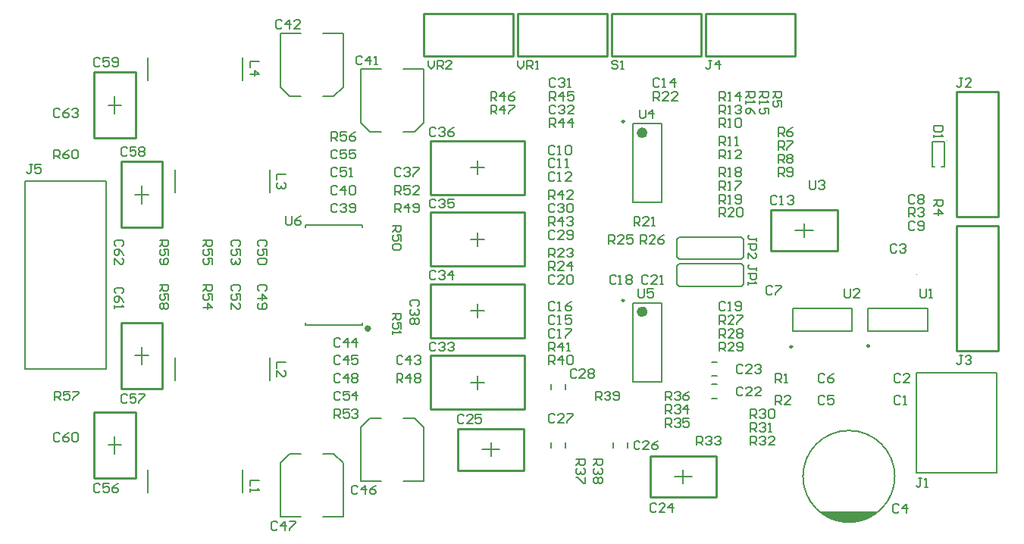
<source format=gto>
G04 Layer_Color=65535*
%FSLAX42Y42*%
%MOMM*%
G71*
G01*
G75*
%ADD30C,0.25*%
%ADD35C,0.38*%
%ADD36C,0.60*%
%ADD52C,0.10*%
%ADD53C,0.20*%
%ADD54C,0.25*%
%ADD55C,0.15*%
%ADD56C,0.17*%
%ADD57C,0.21*%
G36*
X9510Y310D02*
X9390Y260D01*
X9250Y237D01*
X9110Y260D01*
X9020Y290D01*
X8922Y360D01*
X9593D01*
X9510Y310D01*
D02*
G37*
D30*
X1280Y730D02*
Y1470D01*
X820Y730D02*
Y1470D01*
Y730D02*
X1280D01*
X820Y1470D02*
X1280D01*
X1120Y1730D02*
Y2470D01*
X1580Y1730D02*
Y2470D01*
X1120D02*
X1580D01*
X1120Y1730D02*
X1580D01*
X1120Y3530D02*
Y4270D01*
X1580Y3530D02*
Y4270D01*
X1120D02*
X1580D01*
X1120Y3530D02*
X1580D01*
X1280Y4530D02*
Y5270D01*
X820Y4530D02*
Y5270D01*
Y4530D02*
X1280D01*
X820Y5270D02*
X1280D01*
X10450Y3650D02*
Y5050D01*
X10920D01*
Y3650D02*
Y5050D01*
X10450Y3650D02*
X10920D01*
X10450Y2150D02*
Y3550D01*
X10920D01*
Y2150D02*
Y3550D01*
X10450Y2150D02*
X10920D01*
X8650Y5450D02*
Y5920D01*
X7650D02*
X8650D01*
X7650Y5450D02*
Y5920D01*
Y5450D02*
X8650D01*
X7600D02*
Y5920D01*
X6600D02*
X7600D01*
X6600Y5450D02*
Y5920D01*
Y5450D02*
X7600D01*
X6550D02*
Y5920D01*
X5550D02*
X6550D01*
X5550Y5450D02*
Y5920D01*
Y5450D02*
X6550D01*
X5500D02*
Y5920D01*
X4500D02*
X5500D01*
X4500Y5450D02*
Y5920D01*
Y5450D02*
X5500D01*
X8380Y3730D02*
X9120D01*
X8380Y3270D02*
X9120D01*
Y3730D01*
X8380Y3270D02*
Y3730D01*
X4880Y820D02*
X5620D01*
X4880Y1280D02*
X5620D01*
X4880Y820D02*
Y1280D01*
X5620Y820D02*
Y1280D01*
X7030Y980D02*
X7770D01*
X7030Y520D02*
X7770D01*
Y980D01*
X7030Y520D02*
Y980D01*
X4575Y2100D02*
X5625D01*
X4575Y1500D02*
X5625D01*
Y2100D01*
X4575Y1500D02*
Y2100D01*
Y2300D02*
Y2900D01*
X5625Y2300D02*
Y2900D01*
X4575Y2300D02*
X5625D01*
X4575Y2900D02*
X5625D01*
X4575Y3700D02*
X5625D01*
X4575Y3100D02*
X5625D01*
Y3700D01*
X4575Y3100D02*
Y3700D01*
Y3900D02*
Y4500D01*
X5625Y3900D02*
Y4500D01*
X4575Y3900D02*
X5625D01*
X4575Y4500D02*
X5625D01*
D35*
X3896Y2403D02*
G03*
X3896Y2403I-20J0D01*
G01*
D36*
X6970Y4590D02*
G03*
X6970Y4590I-30J0D01*
G01*
Y2590D02*
G03*
X6970Y2590I-30J0D01*
G01*
D52*
X10347Y4503D02*
G03*
X10347Y4503I-5J0D01*
G01*
X10015Y3008D02*
G03*
X10015Y3008I-5J0D01*
G01*
X8312Y2290D02*
G03*
X8312Y2290I-5J0D01*
G01*
D53*
X9763Y750D02*
G03*
X9763Y750I-513J0D01*
G01*
X1050Y1000D02*
Y1200D01*
X975Y1100D02*
X1125D01*
X1350Y2000D02*
Y2200D01*
X1275Y2100D02*
X1425D01*
X1350Y3800D02*
Y4000D01*
X1275Y3900D02*
X1425D01*
X1050Y4800D02*
Y5000D01*
X975Y4900D02*
X1125D01*
X50Y1950D02*
X950D01*
X50Y4050D02*
X950D01*
Y1950D02*
Y4050D01*
X50Y1950D02*
Y4050D01*
X8650Y3500D02*
X8850D01*
X8750Y3425D02*
Y3575D01*
X5150Y1050D02*
X5350D01*
X5250Y975D02*
Y1125D01*
X7300Y750D02*
X7500D01*
X7400Y675D02*
Y825D01*
X5025Y1800D02*
X5175D01*
X5100Y1725D02*
Y1875D01*
Y2525D02*
Y2675D01*
X5025Y2600D02*
X5175D01*
X5025Y3400D02*
X5175D01*
X5100Y3325D02*
Y3475D01*
Y4125D02*
Y4275D01*
X5025Y4200D02*
X5175D01*
X6840Y3810D02*
Y4690D01*
X7160Y3810D02*
Y4690D01*
X6840D02*
X7160D01*
X6840Y3810D02*
X7160D01*
X7720Y1780D02*
X7780D01*
X7720Y1620D02*
X7780D01*
X7720Y1870D02*
X7780D01*
X7720Y2030D02*
X7780D01*
X6780Y1070D02*
Y1130D01*
X6620Y1070D02*
Y1130D01*
X5920Y1070D02*
Y1130D01*
X6080Y1070D02*
Y1130D01*
Y1720D02*
Y1780D01*
X5920Y1720D02*
Y1780D01*
X7350Y3125D02*
X8050D01*
X8075Y3100D01*
Y2900D02*
Y3100D01*
X8050Y2875D02*
X8075Y2900D01*
X7350Y2875D02*
X8050D01*
X7325Y2900D02*
X7350Y2875D01*
X7325Y2900D02*
Y3100D01*
X7350Y3125D01*
Y3175D02*
X8050D01*
X7325Y3200D02*
X7350Y3175D01*
X7325Y3200D02*
Y3400D01*
X7350Y3425D01*
X8050D01*
X8075Y3400D01*
Y3200D02*
Y3400D01*
X8050Y3175D02*
X8075Y3200D01*
X6840Y1810D02*
Y2690D01*
X7160Y1810D02*
Y2690D01*
X6840D02*
X7160D01*
X6840Y1810D02*
X7160D01*
X10000Y1910D02*
X10900D01*
X10000Y790D02*
X10900D01*
X10000D02*
Y1910D01*
X10900Y790D02*
Y1910D01*
X9465Y2375D02*
X10135D01*
X9465Y2625D02*
X10135D01*
X9465Y2375D02*
Y2625D01*
X10135Y2375D02*
Y2625D01*
X8620Y2375D02*
X9280D01*
X8620Y2625D02*
X9280D01*
X8620Y2375D02*
Y2625D01*
X9280Y2375D02*
Y2625D01*
D54*
X6740Y4716D02*
G03*
X6740Y4716I-12J0D01*
G01*
Y2716D02*
G03*
X6740Y2716I-12J0D01*
G01*
X9478Y2210D02*
G03*
X9478Y2210I-12J0D01*
G01*
X8618Y2198D02*
G03*
X8618Y2198I-12J0D01*
G01*
D55*
X10321Y4212D02*
Y4492D01*
X10181Y4212D02*
Y4492D01*
X10321D01*
X10181Y4212D02*
X10210D01*
X10287D02*
X10321D01*
X4503Y4703D02*
Y5303D01*
X4397Y4597D02*
X4503Y4703D01*
X4272Y4597D02*
X4397D01*
X4272Y5303D02*
X4503D01*
X3797D02*
X4028D01*
X3903Y4597D02*
X4028D01*
X3797Y4703D02*
X3903Y4597D01*
X3797Y4703D02*
Y5303D01*
X3603Y5103D02*
Y5703D01*
X3497Y4997D02*
X3603Y5103D01*
X3372Y4997D02*
X3497D01*
X3372Y5703D02*
X3603D01*
X2897D02*
X3128D01*
X3003Y4997D02*
X3128D01*
X2897Y5103D02*
X3003Y4997D01*
X2897Y5103D02*
Y5703D01*
X3797Y697D02*
Y1297D01*
X3903Y1403D01*
X4028D01*
X3797Y697D02*
X4028D01*
X4272D02*
X4503D01*
X4272Y1403D02*
X4397D01*
X4503Y1297D01*
Y697D02*
Y1297D01*
X2897Y297D02*
Y897D01*
X3003Y1003D01*
X3128D01*
X2897Y297D02*
X3128D01*
X3372D02*
X3603D01*
X3372Y1003D02*
X3497D01*
X3603Y897D01*
Y297D02*
Y897D01*
X1422Y573D02*
Y827D01*
X2478Y573D02*
Y827D01*
X1722Y1823D02*
Y2077D01*
X2778Y1823D02*
Y2077D01*
X1722Y3923D02*
Y4177D01*
X2778Y3923D02*
Y4177D01*
X1422Y5173D02*
Y5427D01*
X2478Y5173D02*
Y5427D01*
D56*
X3183Y2441D02*
Y2467D01*
Y2441D02*
X3817D01*
Y2467D01*
X3183Y3533D02*
Y3559D01*
X3817D01*
Y3533D02*
Y3559D01*
D57*
X4637Y4633D02*
X4620Y4650D01*
X4587D01*
X4570Y4633D01*
Y4567D01*
X4587Y4550D01*
X4620D01*
X4637Y4567D01*
X4670Y4633D02*
X4687Y4650D01*
X4720D01*
X4737Y4633D01*
Y4617D01*
X4720Y4600D01*
X4703D01*
X4720D01*
X4737Y4583D01*
Y4567D01*
X4720Y4550D01*
X4687D01*
X4670Y4567D01*
X4837Y4650D02*
X4803Y4633D01*
X4770Y4600D01*
Y4567D01*
X4787Y4550D01*
X4820D01*
X4837Y4567D01*
Y4583D01*
X4820Y4600D01*
X4770D01*
X4637Y3833D02*
X4620Y3850D01*
X4587D01*
X4570Y3833D01*
Y3767D01*
X4587Y3750D01*
X4620D01*
X4637Y3767D01*
X4670Y3833D02*
X4687Y3850D01*
X4720D01*
X4737Y3833D01*
Y3817D01*
X4720Y3800D01*
X4703D01*
X4720D01*
X4737Y3783D01*
Y3767D01*
X4720Y3750D01*
X4687D01*
X4670Y3767D01*
X4837Y3850D02*
X4770D01*
Y3800D01*
X4803Y3817D01*
X4820D01*
X4837Y3800D01*
Y3767D01*
X4820Y3750D01*
X4787D01*
X4770Y3767D01*
X4637Y3033D02*
X4620Y3050D01*
X4587D01*
X4570Y3033D01*
Y2967D01*
X4587Y2950D01*
X4620D01*
X4637Y2967D01*
X4670Y3033D02*
X4687Y3050D01*
X4720D01*
X4737Y3033D01*
Y3017D01*
X4720Y3000D01*
X4703D01*
X4720D01*
X4737Y2983D01*
Y2967D01*
X4720Y2950D01*
X4687D01*
X4670Y2967D01*
X4820Y2950D02*
Y3050D01*
X4770Y3000D01*
X4837D01*
X4637Y2233D02*
X4620Y2250D01*
X4587D01*
X4570Y2233D01*
Y2167D01*
X4587Y2150D01*
X4620D01*
X4637Y2167D01*
X4670Y2233D02*
X4687Y2250D01*
X4720D01*
X4737Y2233D01*
Y2217D01*
X4720Y2200D01*
X4703D01*
X4720D01*
X4737Y2183D01*
Y2167D01*
X4720Y2150D01*
X4687D01*
X4670Y2167D01*
X4770Y2233D02*
X4787Y2250D01*
X4820D01*
X4837Y2233D01*
Y2217D01*
X4820Y2200D01*
X4803D01*
X4820D01*
X4837Y2183D01*
Y2167D01*
X4820Y2150D01*
X4787D01*
X4770Y2167D01*
X9827Y1633D02*
X9810Y1650D01*
X9777D01*
X9760Y1633D01*
Y1567D01*
X9777Y1550D01*
X9810D01*
X9827Y1567D01*
X9860Y1550D02*
X9893D01*
X9877D01*
Y1650D01*
X9860Y1633D01*
X9827Y1883D02*
X9810Y1900D01*
X9777D01*
X9760Y1883D01*
Y1817D01*
X9777Y1800D01*
X9810D01*
X9827Y1817D01*
X9927Y1800D02*
X9860D01*
X9927Y1867D01*
Y1883D01*
X9910Y1900D01*
X9877D01*
X9860Y1883D01*
X9787Y3333D02*
X9770Y3350D01*
X9737D01*
X9720Y3333D01*
Y3267D01*
X9737Y3250D01*
X9770D01*
X9787Y3267D01*
X9820Y3333D02*
X9837Y3350D01*
X9870D01*
X9887Y3333D01*
Y3317D01*
X9870Y3300D01*
X9853D01*
X9870D01*
X9887Y3283D01*
Y3267D01*
X9870Y3250D01*
X9837D01*
X9820Y3267D01*
X9807Y423D02*
X9790Y440D01*
X9757D01*
X9740Y423D01*
Y357D01*
X9757Y340D01*
X9790D01*
X9807Y357D01*
X9890Y340D02*
Y440D01*
X9840Y390D01*
X9907D01*
X8977Y1633D02*
X8960Y1650D01*
X8927D01*
X8910Y1633D01*
Y1567D01*
X8927Y1550D01*
X8960D01*
X8977Y1567D01*
X9077Y1650D02*
X9010D01*
Y1600D01*
X9043Y1617D01*
X9060D01*
X9077Y1600D01*
Y1567D01*
X9060Y1550D01*
X9027D01*
X9010Y1567D01*
X8977Y1883D02*
X8960Y1900D01*
X8927D01*
X8910Y1883D01*
Y1817D01*
X8927Y1800D01*
X8960D01*
X8977Y1817D01*
X9077Y1900D02*
X9043Y1883D01*
X9010Y1850D01*
Y1817D01*
X9027Y1800D01*
X9060D01*
X9077Y1817D01*
Y1833D01*
X9060Y1850D01*
X9010D01*
X8397Y2863D02*
X8380Y2880D01*
X8347D01*
X8330Y2863D01*
Y2797D01*
X8347Y2780D01*
X8380D01*
X8397Y2797D01*
X8430Y2880D02*
X8497D01*
Y2863D01*
X8430Y2797D01*
Y2780D01*
X9987Y3883D02*
X9970Y3900D01*
X9937D01*
X9920Y3883D01*
Y3817D01*
X9937Y3800D01*
X9970D01*
X9987Y3817D01*
X10020Y3883D02*
X10037Y3900D01*
X10070D01*
X10087Y3883D01*
Y3867D01*
X10070Y3850D01*
X10087Y3833D01*
Y3817D01*
X10070Y3800D01*
X10037D01*
X10020Y3817D01*
Y3833D01*
X10037Y3850D01*
X10020Y3867D01*
Y3883D01*
X10037Y3850D02*
X10070D01*
X9987Y3583D02*
X9970Y3600D01*
X9937D01*
X9920Y3583D01*
Y3517D01*
X9937Y3500D01*
X9970D01*
X9987Y3517D01*
X10020D02*
X10037Y3500D01*
X10070D01*
X10087Y3517D01*
Y3583D01*
X10070Y3600D01*
X10037D01*
X10020Y3583D01*
Y3567D01*
X10037Y3550D01*
X10087D01*
X5967Y4433D02*
X5950Y4450D01*
X5917D01*
X5900Y4433D01*
Y4367D01*
X5917Y4350D01*
X5950D01*
X5967Y4367D01*
X6000Y4350D02*
X6033D01*
X6017D01*
Y4450D01*
X6000Y4433D01*
X6083D02*
X6100Y4450D01*
X6133D01*
X6150Y4433D01*
Y4367D01*
X6133Y4350D01*
X6100D01*
X6083Y4367D01*
Y4433D01*
X5967Y4283D02*
X5950Y4300D01*
X5917D01*
X5900Y4283D01*
Y4217D01*
X5917Y4200D01*
X5950D01*
X5967Y4217D01*
X6000Y4200D02*
X6033D01*
X6017D01*
Y4300D01*
X6000Y4283D01*
X6083Y4200D02*
X6117D01*
X6100D01*
Y4300D01*
X6083Y4283D01*
X5967Y4133D02*
X5950Y4150D01*
X5917D01*
X5900Y4133D01*
Y4067D01*
X5917Y4050D01*
X5950D01*
X5967Y4067D01*
X6000Y4050D02*
X6033D01*
X6017D01*
Y4150D01*
X6000Y4133D01*
X6150Y4050D02*
X6083D01*
X6150Y4117D01*
Y4133D01*
X6133Y4150D01*
X6100D01*
X6083Y4133D01*
X8447Y3873D02*
X8430Y3890D01*
X8397D01*
X8380Y3873D01*
Y3807D01*
X8397Y3790D01*
X8430D01*
X8447Y3807D01*
X8480Y3790D02*
X8513D01*
X8497D01*
Y3890D01*
X8480Y3873D01*
X8563D02*
X8580Y3890D01*
X8613D01*
X8630Y3873D01*
Y3857D01*
X8613Y3840D01*
X8597D01*
X8613D01*
X8630Y3823D01*
Y3807D01*
X8613Y3790D01*
X8580D01*
X8563Y3807D01*
X7137Y5183D02*
X7120Y5200D01*
X7087D01*
X7070Y5183D01*
Y5117D01*
X7087Y5100D01*
X7120D01*
X7137Y5117D01*
X7170Y5100D02*
X7203D01*
X7187D01*
Y5200D01*
X7170Y5183D01*
X7303Y5100D02*
Y5200D01*
X7253Y5150D01*
X7320D01*
X5967Y2533D02*
X5950Y2550D01*
X5917D01*
X5900Y2533D01*
Y2467D01*
X5917Y2450D01*
X5950D01*
X5967Y2467D01*
X6000Y2450D02*
X6033D01*
X6017D01*
Y2550D01*
X6000Y2533D01*
X6150Y2550D02*
X6083D01*
Y2500D01*
X6117Y2517D01*
X6133D01*
X6150Y2500D01*
Y2467D01*
X6133Y2450D01*
X6100D01*
X6083Y2467D01*
X5967Y2683D02*
X5950Y2700D01*
X5917D01*
X5900Y2683D01*
Y2617D01*
X5917Y2600D01*
X5950D01*
X5967Y2617D01*
X6000Y2600D02*
X6033D01*
X6017D01*
Y2700D01*
X6000Y2683D01*
X6150Y2700D02*
X6117Y2683D01*
X6083Y2650D01*
Y2617D01*
X6100Y2600D01*
X6133D01*
X6150Y2617D01*
Y2633D01*
X6133Y2650D01*
X6083D01*
X5967Y2383D02*
X5950Y2400D01*
X5917D01*
X5900Y2383D01*
Y2317D01*
X5917Y2300D01*
X5950D01*
X5967Y2317D01*
X6000Y2300D02*
X6033D01*
X6017D01*
Y2400D01*
X6000Y2383D01*
X6083Y2400D02*
X6150D01*
Y2383D01*
X6083Y2317D01*
Y2300D01*
X6647Y2983D02*
X6630Y3000D01*
X6597D01*
X6580Y2983D01*
Y2917D01*
X6597Y2900D01*
X6630D01*
X6647Y2917D01*
X6680Y2900D02*
X6713D01*
X6697D01*
Y3000D01*
X6680Y2983D01*
X6763D02*
X6780Y3000D01*
X6813D01*
X6830Y2983D01*
Y2967D01*
X6813Y2950D01*
X6830Y2933D01*
Y2917D01*
X6813Y2900D01*
X6780D01*
X6763Y2917D01*
Y2933D01*
X6780Y2950D01*
X6763Y2967D01*
Y2983D01*
X6780Y2950D02*
X6813D01*
X7867Y2683D02*
X7850Y2700D01*
X7817D01*
X7800Y2683D01*
Y2617D01*
X7817Y2600D01*
X7850D01*
X7867Y2617D01*
X7900Y2600D02*
X7933D01*
X7917D01*
Y2700D01*
X7900Y2683D01*
X7983Y2617D02*
X8000Y2600D01*
X8033D01*
X8050Y2617D01*
Y2683D01*
X8033Y2700D01*
X8000D01*
X7983Y2683D01*
Y2667D01*
X8000Y2650D01*
X8050D01*
X5967Y2983D02*
X5950Y3000D01*
X5917D01*
X5900Y2983D01*
Y2917D01*
X5917Y2900D01*
X5950D01*
X5967Y2917D01*
X6067Y2900D02*
X6000D01*
X6067Y2967D01*
Y2983D01*
X6050Y3000D01*
X6017D01*
X6000Y2983D01*
X6100D02*
X6117Y3000D01*
X6150D01*
X6167Y2983D01*
Y2917D01*
X6150Y2900D01*
X6117D01*
X6100Y2917D01*
Y2983D01*
X7007D02*
X6990Y3000D01*
X6957D01*
X6940Y2983D01*
Y2917D01*
X6957Y2900D01*
X6990D01*
X7007Y2917D01*
X7107Y2900D02*
X7040D01*
X7107Y2967D01*
Y2983D01*
X7090Y3000D01*
X7057D01*
X7040Y2983D01*
X7140Y2900D02*
X7173D01*
X7157D01*
Y3000D01*
X7140Y2983D01*
X6207Y1933D02*
X6190Y1950D01*
X6157D01*
X6140Y1933D01*
Y1867D01*
X6157Y1850D01*
X6190D01*
X6207Y1867D01*
X6307Y1850D02*
X6240D01*
X6307Y1917D01*
Y1933D01*
X6290Y1950D01*
X6257D01*
X6240Y1933D01*
X6340D02*
X6357Y1950D01*
X6390D01*
X6407Y1933D01*
Y1917D01*
X6390Y1900D01*
X6407Y1883D01*
Y1867D01*
X6390Y1850D01*
X6357D01*
X6340Y1867D01*
Y1883D01*
X6357Y1900D01*
X6340Y1917D01*
Y1933D01*
X6357Y1900D02*
X6390D01*
X5967Y1433D02*
X5950Y1450D01*
X5917D01*
X5900Y1433D01*
Y1367D01*
X5917Y1350D01*
X5950D01*
X5967Y1367D01*
X6067Y1350D02*
X6000D01*
X6067Y1417D01*
Y1433D01*
X6050Y1450D01*
X6017D01*
X6000Y1433D01*
X6100Y1450D02*
X6167D01*
Y1433D01*
X6100Y1367D01*
Y1350D01*
X6917Y1133D02*
X6900Y1150D01*
X6867D01*
X6850Y1133D01*
Y1067D01*
X6867Y1050D01*
X6900D01*
X6917Y1067D01*
X7017Y1050D02*
X6950D01*
X7017Y1117D01*
Y1133D01*
X7000Y1150D01*
X6967D01*
X6950Y1133D01*
X7117Y1150D02*
X7083Y1133D01*
X7050Y1100D01*
Y1067D01*
X7067Y1050D01*
X7100D01*
X7117Y1067D01*
Y1083D01*
X7100Y1100D01*
X7050D01*
X8067Y1733D02*
X8050Y1750D01*
X8017D01*
X8000Y1733D01*
Y1667D01*
X8017Y1650D01*
X8050D01*
X8067Y1667D01*
X8167Y1650D02*
X8100D01*
X8167Y1717D01*
Y1733D01*
X8150Y1750D01*
X8117D01*
X8100Y1733D01*
X8267Y1650D02*
X8200D01*
X8267Y1717D01*
Y1733D01*
X8250Y1750D01*
X8217D01*
X8200Y1733D01*
X8067Y1983D02*
X8050Y2000D01*
X8017D01*
X8000Y1983D01*
Y1917D01*
X8017Y1900D01*
X8050D01*
X8067Y1917D01*
X8167Y1900D02*
X8100D01*
X8167Y1967D01*
Y1983D01*
X8150Y2000D01*
X8117D01*
X8100Y1983D01*
X8200D02*
X8217Y2000D01*
X8250D01*
X8267Y1983D01*
Y1967D01*
X8250Y1950D01*
X8233D01*
X8250D01*
X8267Y1933D01*
Y1917D01*
X8250Y1900D01*
X8217D01*
X8200Y1917D01*
X7097Y433D02*
X7080Y450D01*
X7047D01*
X7030Y433D01*
Y367D01*
X7047Y350D01*
X7080D01*
X7097Y367D01*
X7197Y350D02*
X7130D01*
X7197Y417D01*
Y433D01*
X7180Y450D01*
X7147D01*
X7130Y433D01*
X7280Y350D02*
Y450D01*
X7230Y400D01*
X7297D01*
X4947Y1423D02*
X4930Y1440D01*
X4897D01*
X4880Y1423D01*
Y1357D01*
X4897Y1340D01*
X4930D01*
X4947Y1357D01*
X5047Y1340D02*
X4980D01*
X5047Y1407D01*
Y1423D01*
X5030Y1440D01*
X4997D01*
X4980Y1423D01*
X5147Y1440D02*
X5080D01*
Y1390D01*
X5113Y1407D01*
X5130D01*
X5147Y1390D01*
Y1357D01*
X5130Y1340D01*
X5097D01*
X5080Y1357D01*
X5967Y3483D02*
X5950Y3500D01*
X5917D01*
X5900Y3483D01*
Y3417D01*
X5917Y3400D01*
X5950D01*
X5967Y3417D01*
X6067Y3400D02*
X6000D01*
X6067Y3467D01*
Y3483D01*
X6050Y3500D01*
X6017D01*
X6000Y3483D01*
X6100Y3417D02*
X6117Y3400D01*
X6150D01*
X6167Y3417D01*
Y3483D01*
X6150Y3500D01*
X6117D01*
X6100Y3483D01*
Y3467D01*
X6117Y3450D01*
X6167D01*
X5967Y3783D02*
X5950Y3800D01*
X5917D01*
X5900Y3783D01*
Y3717D01*
X5917Y3700D01*
X5950D01*
X5967Y3717D01*
X6000Y3783D02*
X6017Y3800D01*
X6050D01*
X6067Y3783D01*
Y3767D01*
X6050Y3750D01*
X6033D01*
X6050D01*
X6067Y3733D01*
Y3717D01*
X6050Y3700D01*
X6017D01*
X6000Y3717D01*
X6100Y3783D02*
X6117Y3800D01*
X6150D01*
X6167Y3783D01*
Y3717D01*
X6150Y3700D01*
X6117D01*
X6100Y3717D01*
Y3783D01*
X5977Y5183D02*
X5960Y5200D01*
X5927D01*
X5910Y5183D01*
Y5117D01*
X5927Y5100D01*
X5960D01*
X5977Y5117D01*
X6010Y5183D02*
X6027Y5200D01*
X6060D01*
X6077Y5183D01*
Y5167D01*
X6060Y5150D01*
X6043D01*
X6060D01*
X6077Y5133D01*
Y5117D01*
X6060Y5100D01*
X6027D01*
X6010Y5117D01*
X6110Y5100D02*
X6143D01*
X6127D01*
Y5200D01*
X6110Y5183D01*
X5977Y4883D02*
X5960Y4900D01*
X5927D01*
X5910Y4883D01*
Y4817D01*
X5927Y4800D01*
X5960D01*
X5977Y4817D01*
X6010Y4883D02*
X6027Y4900D01*
X6060D01*
X6077Y4883D01*
Y4867D01*
X6060Y4850D01*
X6043D01*
X6060D01*
X6077Y4833D01*
Y4817D01*
X6060Y4800D01*
X6027D01*
X6010Y4817D01*
X6177Y4800D02*
X6110D01*
X6177Y4867D01*
Y4883D01*
X6160Y4900D01*
X6127D01*
X6110Y4883D01*
X4247Y4183D02*
X4230Y4200D01*
X4197D01*
X4180Y4183D01*
Y4117D01*
X4197Y4100D01*
X4230D01*
X4247Y4117D01*
X4280Y4183D02*
X4297Y4200D01*
X4330D01*
X4347Y4183D01*
Y4167D01*
X4330Y4150D01*
X4313D01*
X4330D01*
X4347Y4133D01*
Y4117D01*
X4330Y4100D01*
X4297D01*
X4280Y4117D01*
X4380Y4200D02*
X4447D01*
Y4183D01*
X4380Y4117D01*
Y4100D01*
X4433Y2653D02*
X4450Y2670D01*
Y2703D01*
X4433Y2720D01*
X4367D01*
X4350Y2703D01*
Y2670D01*
X4367Y2653D01*
X4433Y2620D02*
X4450Y2603D01*
Y2570D01*
X4433Y2553D01*
X4417D01*
X4400Y2570D01*
Y2587D01*
Y2570D01*
X4383Y2553D01*
X4367D01*
X4350Y2570D01*
Y2603D01*
X4367Y2620D01*
X4433Y2520D02*
X4450Y2503D01*
Y2470D01*
X4433Y2453D01*
X4417D01*
X4400Y2470D01*
X4383Y2453D01*
X4367D01*
X4350Y2470D01*
Y2503D01*
X4367Y2520D01*
X4383D01*
X4400Y2503D01*
X4417Y2520D01*
X4433D01*
X4400Y2503D02*
Y2470D01*
X3537Y3783D02*
X3520Y3800D01*
X3487D01*
X3470Y3783D01*
Y3717D01*
X3487Y3700D01*
X3520D01*
X3537Y3717D01*
X3570Y3783D02*
X3587Y3800D01*
X3620D01*
X3637Y3783D01*
Y3767D01*
X3620Y3750D01*
X3603D01*
X3620D01*
X3637Y3733D01*
Y3717D01*
X3620Y3700D01*
X3587D01*
X3570Y3717D01*
X3670D02*
X3687Y3700D01*
X3720D01*
X3737Y3717D01*
Y3783D01*
X3720Y3800D01*
X3687D01*
X3670Y3783D01*
Y3767D01*
X3687Y3750D01*
X3737D01*
X3537Y3983D02*
X3520Y4000D01*
X3487D01*
X3470Y3983D01*
Y3917D01*
X3487Y3900D01*
X3520D01*
X3537Y3917D01*
X3620Y3900D02*
Y4000D01*
X3570Y3950D01*
X3637D01*
X3670Y3983D02*
X3687Y4000D01*
X3720D01*
X3737Y3983D01*
Y3917D01*
X3720Y3900D01*
X3687D01*
X3670Y3917D01*
Y3983D01*
X3817Y5433D02*
X3800Y5450D01*
X3767D01*
X3750Y5433D01*
Y5367D01*
X3767Y5350D01*
X3800D01*
X3817Y5367D01*
X3900Y5350D02*
Y5450D01*
X3850Y5400D01*
X3917D01*
X3950Y5350D02*
X3983D01*
X3967D01*
Y5450D01*
X3950Y5433D01*
X2917Y5833D02*
X2900Y5850D01*
X2867D01*
X2850Y5833D01*
Y5767D01*
X2867Y5750D01*
X2900D01*
X2917Y5767D01*
X3000Y5750D02*
Y5850D01*
X2950Y5800D01*
X3017D01*
X3117Y5750D02*
X3050D01*
X3117Y5817D01*
Y5833D01*
X3100Y5850D01*
X3067D01*
X3050Y5833D01*
X4267Y2083D02*
X4250Y2100D01*
X4217D01*
X4200Y2083D01*
Y2017D01*
X4217Y2000D01*
X4250D01*
X4267Y2017D01*
X4350Y2000D02*
Y2100D01*
X4300Y2050D01*
X4367D01*
X4400Y2083D02*
X4417Y2100D01*
X4450D01*
X4467Y2083D01*
Y2067D01*
X4450Y2050D01*
X4433D01*
X4450D01*
X4467Y2033D01*
Y2017D01*
X4450Y2000D01*
X4417D01*
X4400Y2017D01*
X3567Y2283D02*
X3550Y2300D01*
X3517D01*
X3500Y2283D01*
Y2217D01*
X3517Y2200D01*
X3550D01*
X3567Y2217D01*
X3650Y2200D02*
Y2300D01*
X3600Y2250D01*
X3667D01*
X3750Y2200D02*
Y2300D01*
X3700Y2250D01*
X3767D01*
X3567Y2083D02*
X3550Y2100D01*
X3517D01*
X3500Y2083D01*
Y2017D01*
X3517Y2000D01*
X3550D01*
X3567Y2017D01*
X3650Y2000D02*
Y2100D01*
X3600Y2050D01*
X3667D01*
X3767Y2100D02*
X3700D01*
Y2050D01*
X3733Y2067D01*
X3750D01*
X3767Y2050D01*
Y2017D01*
X3750Y2000D01*
X3717D01*
X3700Y2017D01*
X3767Y633D02*
X3750Y650D01*
X3717D01*
X3700Y633D01*
Y567D01*
X3717Y550D01*
X3750D01*
X3767Y567D01*
X3850Y550D02*
Y650D01*
X3800Y600D01*
X3867D01*
X3967Y650D02*
X3933Y633D01*
X3900Y600D01*
Y567D01*
X3917Y550D01*
X3950D01*
X3967Y567D01*
Y583D01*
X3950Y600D01*
X3900D01*
X2867Y233D02*
X2850Y250D01*
X2817D01*
X2800Y233D01*
Y167D01*
X2817Y150D01*
X2850D01*
X2867Y167D01*
X2950Y150D02*
Y250D01*
X2900Y200D01*
X2967D01*
X3000Y250D02*
X3067D01*
Y233D01*
X3000Y167D01*
Y150D01*
X3567Y1883D02*
X3550Y1900D01*
X3517D01*
X3500Y1883D01*
Y1817D01*
X3517Y1800D01*
X3550D01*
X3567Y1817D01*
X3650Y1800D02*
Y1900D01*
X3600Y1850D01*
X3667D01*
X3700Y1883D02*
X3717Y1900D01*
X3750D01*
X3767Y1883D01*
Y1867D01*
X3750Y1850D01*
X3767Y1833D01*
Y1817D01*
X3750Y1800D01*
X3717D01*
X3700Y1817D01*
Y1833D01*
X3717Y1850D01*
X3700Y1867D01*
Y1883D01*
X3717Y1850D02*
X3750D01*
X2733Y2823D02*
X2750Y2840D01*
Y2873D01*
X2733Y2890D01*
X2667D01*
X2650Y2873D01*
Y2840D01*
X2667Y2823D01*
X2650Y2740D02*
X2750D01*
X2700Y2790D01*
Y2723D01*
X2667Y2690D02*
X2650Y2673D01*
Y2640D01*
X2667Y2623D01*
X2733D01*
X2750Y2640D01*
Y2673D01*
X2733Y2690D01*
X2717D01*
X2700Y2673D01*
Y2623D01*
X2733Y3323D02*
X2750Y3340D01*
Y3373D01*
X2733Y3390D01*
X2667D01*
X2650Y3373D01*
Y3340D01*
X2667Y3323D01*
X2750Y3223D02*
Y3290D01*
X2700D01*
X2717Y3257D01*
Y3240D01*
X2700Y3223D01*
X2667D01*
X2650Y3240D01*
Y3273D01*
X2667Y3290D01*
X2733Y3190D02*
X2750Y3173D01*
Y3140D01*
X2733Y3123D01*
X2667D01*
X2650Y3140D01*
Y3173D01*
X2667Y3190D01*
X2733D01*
X3537Y4183D02*
X3520Y4200D01*
X3487D01*
X3470Y4183D01*
Y4117D01*
X3487Y4100D01*
X3520D01*
X3537Y4117D01*
X3637Y4200D02*
X3570D01*
Y4150D01*
X3603Y4167D01*
X3620D01*
X3637Y4150D01*
Y4117D01*
X3620Y4100D01*
X3587D01*
X3570Y4117D01*
X3670Y4100D02*
X3703D01*
X3687D01*
Y4200D01*
X3670Y4183D01*
X2433Y2823D02*
X2450Y2840D01*
Y2873D01*
X2433Y2890D01*
X2367D01*
X2350Y2873D01*
Y2840D01*
X2367Y2823D01*
X2450Y2723D02*
Y2790D01*
X2400D01*
X2417Y2757D01*
Y2740D01*
X2400Y2723D01*
X2367D01*
X2350Y2740D01*
Y2773D01*
X2367Y2790D01*
X2350Y2623D02*
Y2690D01*
X2417Y2623D01*
X2433D01*
X2450Y2640D01*
Y2673D01*
X2433Y2690D01*
Y3323D02*
X2450Y3340D01*
Y3373D01*
X2433Y3390D01*
X2367D01*
X2350Y3373D01*
Y3340D01*
X2367Y3323D01*
X2450Y3223D02*
Y3290D01*
X2400D01*
X2417Y3257D01*
Y3240D01*
X2400Y3223D01*
X2367D01*
X2350Y3240D01*
Y3273D01*
X2367Y3290D01*
X2433Y3190D02*
X2450Y3173D01*
Y3140D01*
X2433Y3123D01*
X2417D01*
X2400Y3140D01*
Y3157D01*
Y3140D01*
X2383Y3123D01*
X2367D01*
X2350Y3140D01*
Y3173D01*
X2367Y3190D01*
X3567Y1683D02*
X3550Y1700D01*
X3517D01*
X3500Y1683D01*
Y1617D01*
X3517Y1600D01*
X3550D01*
X3567Y1617D01*
X3667Y1700D02*
X3600D01*
Y1650D01*
X3633Y1667D01*
X3650D01*
X3667Y1650D01*
Y1617D01*
X3650Y1600D01*
X3617D01*
X3600Y1617D01*
X3750Y1600D02*
Y1700D01*
X3700Y1650D01*
X3767D01*
X3537Y4383D02*
X3520Y4400D01*
X3487D01*
X3470Y4383D01*
Y4317D01*
X3487Y4300D01*
X3520D01*
X3537Y4317D01*
X3637Y4400D02*
X3570D01*
Y4350D01*
X3603Y4367D01*
X3620D01*
X3637Y4350D01*
Y4317D01*
X3620Y4300D01*
X3587D01*
X3570Y4317D01*
X3737Y4400D02*
X3670D01*
Y4350D01*
X3703Y4367D01*
X3720D01*
X3737Y4350D01*
Y4317D01*
X3720Y4300D01*
X3687D01*
X3670Y4317D01*
X887Y653D02*
X870Y670D01*
X837D01*
X820Y653D01*
Y587D01*
X837Y570D01*
X870D01*
X887Y587D01*
X987Y670D02*
X920D01*
Y620D01*
X953Y637D01*
X970D01*
X987Y620D01*
Y587D01*
X970Y570D01*
X937D01*
X920Y587D01*
X1087Y670D02*
X1053Y653D01*
X1020Y620D01*
Y587D01*
X1037Y570D01*
X1070D01*
X1087Y587D01*
Y603D01*
X1070Y620D01*
X1020D01*
X1187Y1653D02*
X1170Y1670D01*
X1137D01*
X1120Y1653D01*
Y1587D01*
X1137Y1570D01*
X1170D01*
X1187Y1587D01*
X1287Y1670D02*
X1220D01*
Y1620D01*
X1253Y1637D01*
X1270D01*
X1287Y1620D01*
Y1587D01*
X1270Y1570D01*
X1237D01*
X1220Y1587D01*
X1320Y1670D02*
X1387D01*
Y1653D01*
X1320Y1587D01*
Y1570D01*
X1187Y4413D02*
X1170Y4430D01*
X1137D01*
X1120Y4413D01*
Y4347D01*
X1137Y4330D01*
X1170D01*
X1187Y4347D01*
X1287Y4430D02*
X1220D01*
Y4380D01*
X1253Y4397D01*
X1270D01*
X1287Y4380D01*
Y4347D01*
X1270Y4330D01*
X1237D01*
X1220Y4347D01*
X1320Y4413D02*
X1337Y4430D01*
X1370D01*
X1387Y4413D01*
Y4397D01*
X1370Y4380D01*
X1387Y4363D01*
Y4347D01*
X1370Y4330D01*
X1337D01*
X1320Y4347D01*
Y4363D01*
X1337Y4380D01*
X1320Y4397D01*
Y4413D01*
X1337Y4380D02*
X1370D01*
X887Y5413D02*
X870Y5430D01*
X837D01*
X820Y5413D01*
Y5347D01*
X837Y5330D01*
X870D01*
X887Y5347D01*
X987Y5430D02*
X920D01*
Y5380D01*
X953Y5397D01*
X970D01*
X987Y5380D01*
Y5347D01*
X970Y5330D01*
X937D01*
X920Y5347D01*
X1020D02*
X1037Y5330D01*
X1070D01*
X1087Y5347D01*
Y5413D01*
X1070Y5430D01*
X1037D01*
X1020Y5413D01*
Y5397D01*
X1037Y5380D01*
X1087D01*
X437Y1223D02*
X420Y1240D01*
X387D01*
X370Y1223D01*
Y1157D01*
X387Y1140D01*
X420D01*
X437Y1157D01*
X537Y1240D02*
X503Y1223D01*
X470Y1190D01*
Y1157D01*
X487Y1140D01*
X520D01*
X537Y1157D01*
Y1173D01*
X520Y1190D01*
X470D01*
X570Y1223D02*
X587Y1240D01*
X620D01*
X637Y1223D01*
Y1157D01*
X620Y1140D01*
X587D01*
X570Y1157D01*
Y1223D01*
X1133Y2793D02*
X1150Y2810D01*
Y2843D01*
X1133Y2860D01*
X1067D01*
X1050Y2843D01*
Y2810D01*
X1067Y2793D01*
X1150Y2693D02*
X1133Y2727D01*
X1100Y2760D01*
X1067D01*
X1050Y2743D01*
Y2710D01*
X1067Y2693D01*
X1083D01*
X1100Y2710D01*
Y2760D01*
X1050Y2660D02*
Y2627D01*
Y2643D01*
X1150D01*
X1133Y2660D01*
Y3323D02*
X1150Y3340D01*
Y3373D01*
X1133Y3390D01*
X1067D01*
X1050Y3373D01*
Y3340D01*
X1067Y3323D01*
X1150Y3223D02*
X1133Y3257D01*
X1100Y3290D01*
X1067D01*
X1050Y3273D01*
Y3240D01*
X1067Y3223D01*
X1083D01*
X1100Y3240D01*
Y3290D01*
X1050Y3123D02*
Y3190D01*
X1117Y3123D01*
X1133D01*
X1150Y3140D01*
Y3173D01*
X1133Y3190D01*
X437Y4843D02*
X420Y4860D01*
X387D01*
X370Y4843D01*
Y4777D01*
X387Y4760D01*
X420D01*
X437Y4777D01*
X537Y4860D02*
X503Y4843D01*
X470Y4810D01*
Y4777D01*
X487Y4760D01*
X520D01*
X537Y4777D01*
Y4793D01*
X520Y4810D01*
X470D01*
X570Y4843D02*
X587Y4860D01*
X620D01*
X637Y4843D01*
Y4827D01*
X620Y4810D01*
X603D01*
X620D01*
X637Y4793D01*
Y4777D01*
X620Y4760D01*
X587D01*
X570Y4777D01*
X10300Y4670D02*
X10200D01*
Y4620D01*
X10217Y4603D01*
X10283D01*
X10300Y4620D01*
Y4670D01*
X10200Y4570D02*
Y4537D01*
Y4553D01*
X10300D01*
X10283Y4570D01*
X10067Y730D02*
X10033D01*
X10050D01*
Y647D01*
X10033Y630D01*
X10017D01*
X10000Y647D01*
X10100Y630D02*
X10133D01*
X10117D01*
Y730D01*
X10100Y713D01*
X10517Y5200D02*
X10483D01*
X10500D01*
Y5117D01*
X10483Y5100D01*
X10467D01*
X10450Y5117D01*
X10617Y5100D02*
X10550D01*
X10617Y5167D01*
Y5183D01*
X10600Y5200D01*
X10567D01*
X10550Y5183D01*
X10517Y2100D02*
X10483D01*
X10500D01*
Y2017D01*
X10483Y2000D01*
X10467D01*
X10450Y2017D01*
X10550Y2083D02*
X10567Y2100D01*
X10600D01*
X10617Y2083D01*
Y2067D01*
X10600Y2050D01*
X10583D01*
X10600D01*
X10617Y2033D01*
Y2017D01*
X10600Y2000D01*
X10567D01*
X10550Y2017D01*
X7717Y5400D02*
X7683D01*
X7700D01*
Y5317D01*
X7683Y5300D01*
X7667D01*
X7650Y5317D01*
X7800Y5300D02*
Y5400D01*
X7750Y5350D01*
X7817D01*
X128Y4233D02*
X94D01*
X111D01*
Y4149D01*
X94Y4133D01*
X78D01*
X61Y4149D01*
X228Y4233D02*
X161D01*
Y4183D01*
X194Y4199D01*
X211D01*
X228Y4183D01*
Y4149D01*
X211Y4133D01*
X178D01*
X161Y4149D01*
X8220Y3053D02*
Y3087D01*
Y3070D01*
X8137D01*
X8120Y3087D01*
Y3103D01*
X8137Y3120D01*
X8120Y3020D02*
X8220D01*
Y2970D01*
X8203Y2953D01*
X8170D01*
X8153Y2970D01*
Y3020D01*
X8120Y2920D02*
Y2887D01*
Y2903D01*
X8220D01*
X8203Y2920D01*
X8220Y3383D02*
Y3417D01*
Y3400D01*
X8137D01*
X8120Y3417D01*
Y3433D01*
X8137Y3450D01*
X8120Y3350D02*
X8220D01*
Y3300D01*
X8203Y3283D01*
X8170D01*
X8153Y3300D01*
Y3350D01*
X8120Y3183D02*
Y3250D01*
X8187Y3183D01*
X8203D01*
X8220Y3200D01*
Y3233D01*
X8203Y3250D01*
X2660Y710D02*
X2560D01*
Y643D01*
Y610D02*
Y577D01*
Y593D01*
X2660D01*
X2643Y610D01*
X2960Y2030D02*
X2860D01*
Y1963D01*
Y1863D02*
Y1930D01*
X2927Y1863D01*
X2943D01*
X2960Y1880D01*
Y1913D01*
X2943Y1930D01*
X2960Y4130D02*
X2860D01*
Y4063D01*
X2943Y4030D02*
X2960Y4013D01*
Y3980D01*
X2943Y3963D01*
X2927D01*
X2910Y3980D01*
Y3997D01*
Y3980D01*
X2893Y3963D01*
X2877D01*
X2860Y3980D01*
Y4013D01*
X2877Y4030D01*
X2660Y5390D02*
X2560D01*
Y5323D01*
Y5240D02*
X2660D01*
X2610Y5290D01*
Y5223D01*
X8430Y1800D02*
Y1900D01*
X8480D01*
X8497Y1883D01*
Y1850D01*
X8480Y1833D01*
X8430D01*
X8463D02*
X8497Y1800D01*
X8530D02*
X8563D01*
X8547D01*
Y1900D01*
X8530Y1883D01*
X8430Y1550D02*
Y1650D01*
X8480D01*
X8497Y1633D01*
Y1600D01*
X8480Y1583D01*
X8430D01*
X8463D02*
X8497Y1550D01*
X8597D02*
X8530D01*
X8597Y1617D01*
Y1633D01*
X8580Y1650D01*
X8547D01*
X8530Y1633D01*
X9920Y3650D02*
Y3750D01*
X9970D01*
X9987Y3733D01*
Y3700D01*
X9970Y3683D01*
X9920D01*
X9953D02*
X9987Y3650D01*
X10020Y3733D02*
X10037Y3750D01*
X10070D01*
X10087Y3733D01*
Y3717D01*
X10070Y3700D01*
X10053D01*
X10070D01*
X10087Y3683D01*
Y3667D01*
X10070Y3650D01*
X10037D01*
X10020Y3667D01*
X10200Y3840D02*
X10300D01*
Y3790D01*
X10283Y3773D01*
X10250D01*
X10233Y3790D01*
Y3840D01*
Y3807D02*
X10200Y3773D01*
Y3690D02*
X10300D01*
X10250Y3740D01*
Y3673D01*
X8400Y5050D02*
X8500D01*
Y5000D01*
X8483Y4983D01*
X8450D01*
X8433Y5000D01*
Y5050D01*
Y5017D02*
X8400Y4983D01*
X8500Y4883D02*
Y4950D01*
X8450D01*
X8467Y4917D01*
Y4900D01*
X8450Y4883D01*
X8417D01*
X8400Y4900D01*
Y4933D01*
X8417Y4950D01*
X8460Y4550D02*
Y4650D01*
X8510D01*
X8527Y4633D01*
Y4600D01*
X8510Y4583D01*
X8460D01*
X8493D02*
X8527Y4550D01*
X8627Y4650D02*
X8593Y4633D01*
X8560Y4600D01*
Y4567D01*
X8577Y4550D01*
X8610D01*
X8627Y4567D01*
Y4583D01*
X8610Y4600D01*
X8560D01*
X8460Y4400D02*
Y4500D01*
X8510D01*
X8527Y4483D01*
Y4450D01*
X8510Y4433D01*
X8460D01*
X8493D02*
X8527Y4400D01*
X8560Y4500D02*
X8627D01*
Y4483D01*
X8560Y4417D01*
Y4400D01*
X8460Y4250D02*
Y4350D01*
X8510D01*
X8527Y4333D01*
Y4300D01*
X8510Y4283D01*
X8460D01*
X8493D02*
X8527Y4250D01*
X8560Y4333D02*
X8577Y4350D01*
X8610D01*
X8627Y4333D01*
Y4317D01*
X8610Y4300D01*
X8627Y4283D01*
Y4267D01*
X8610Y4250D01*
X8577D01*
X8560Y4267D01*
Y4283D01*
X8577Y4300D01*
X8560Y4317D01*
Y4333D01*
X8577Y4300D02*
X8610D01*
X8460Y4100D02*
Y4200D01*
X8510D01*
X8527Y4183D01*
Y4150D01*
X8510Y4133D01*
X8460D01*
X8493D02*
X8527Y4100D01*
X8560Y4117D02*
X8577Y4100D01*
X8610D01*
X8627Y4117D01*
Y4183D01*
X8610Y4200D01*
X8577D01*
X8560Y4183D01*
Y4167D01*
X8577Y4150D01*
X8627D01*
X7800Y4650D02*
Y4750D01*
X7850D01*
X7867Y4733D01*
Y4700D01*
X7850Y4683D01*
X7800D01*
X7833D02*
X7867Y4650D01*
X7900D02*
X7933D01*
X7917D01*
Y4750D01*
X7900Y4733D01*
X7983D02*
X8000Y4750D01*
X8033D01*
X8050Y4733D01*
Y4667D01*
X8033Y4650D01*
X8000D01*
X7983Y4667D01*
Y4733D01*
X7800Y4450D02*
Y4550D01*
X7850D01*
X7867Y4533D01*
Y4500D01*
X7850Y4483D01*
X7800D01*
X7833D02*
X7867Y4450D01*
X7900D02*
X7933D01*
X7917D01*
Y4550D01*
X7900Y4533D01*
X7983Y4450D02*
X8017D01*
X8000D01*
Y4550D01*
X7983Y4533D01*
X7800Y4300D02*
Y4400D01*
X7850D01*
X7867Y4383D01*
Y4350D01*
X7850Y4333D01*
X7800D01*
X7833D02*
X7867Y4300D01*
X7900D02*
X7933D01*
X7917D01*
Y4400D01*
X7900Y4383D01*
X8050Y4300D02*
X7983D01*
X8050Y4367D01*
Y4383D01*
X8033Y4400D01*
X8000D01*
X7983Y4383D01*
X7800Y4800D02*
Y4900D01*
X7850D01*
X7867Y4883D01*
Y4850D01*
X7850Y4833D01*
X7800D01*
X7833D02*
X7867Y4800D01*
X7900D02*
X7933D01*
X7917D01*
Y4900D01*
X7900Y4883D01*
X7983D02*
X8000Y4900D01*
X8033D01*
X8050Y4883D01*
Y4867D01*
X8033Y4850D01*
X8017D01*
X8033D01*
X8050Y4833D01*
Y4817D01*
X8033Y4800D01*
X8000D01*
X7983Y4817D01*
X7800Y4950D02*
Y5050D01*
X7850D01*
X7867Y5033D01*
Y5000D01*
X7850Y4983D01*
X7800D01*
X7833D02*
X7867Y4950D01*
X7900D02*
X7933D01*
X7917D01*
Y5050D01*
X7900Y5033D01*
X8033Y4950D02*
Y5050D01*
X7983Y5000D01*
X8050D01*
X8250Y5050D02*
X8350D01*
Y5000D01*
X8333Y4983D01*
X8300D01*
X8283Y5000D01*
Y5050D01*
Y5017D02*
X8250Y4983D01*
Y4950D02*
Y4917D01*
Y4933D01*
X8350D01*
X8333Y4950D01*
X8350Y4800D02*
Y4867D01*
X8300D01*
X8317Y4833D01*
Y4817D01*
X8300Y4800D01*
X8267D01*
X8250Y4817D01*
Y4850D01*
X8267Y4867D01*
X8100Y5050D02*
X8200D01*
Y5000D01*
X8183Y4983D01*
X8150D01*
X8133Y5000D01*
Y5050D01*
Y5017D02*
X8100Y4983D01*
Y4950D02*
Y4917D01*
Y4933D01*
X8200D01*
X8183Y4950D01*
X8200Y4800D02*
X8183Y4833D01*
X8150Y4867D01*
X8117D01*
X8100Y4850D01*
Y4817D01*
X8117Y4800D01*
X8133D01*
X8150Y4817D01*
Y4867D01*
X7800Y3950D02*
Y4050D01*
X7850D01*
X7867Y4033D01*
Y4000D01*
X7850Y3983D01*
X7800D01*
X7833D02*
X7867Y3950D01*
X7900D02*
X7933D01*
X7917D01*
Y4050D01*
X7900Y4033D01*
X7983Y4050D02*
X8050D01*
Y4033D01*
X7983Y3967D01*
Y3950D01*
X7800Y4100D02*
Y4200D01*
X7850D01*
X7867Y4183D01*
Y4150D01*
X7850Y4133D01*
X7800D01*
X7833D02*
X7867Y4100D01*
X7900D02*
X7933D01*
X7917D01*
Y4200D01*
X7900Y4183D01*
X7983D02*
X8000Y4200D01*
X8033D01*
X8050Y4183D01*
Y4167D01*
X8033Y4150D01*
X8050Y4133D01*
Y4117D01*
X8033Y4100D01*
X8000D01*
X7983Y4117D01*
Y4133D01*
X8000Y4150D01*
X7983Y4167D01*
Y4183D01*
X8000Y4150D02*
X8033D01*
X7800Y3800D02*
Y3900D01*
X7850D01*
X7867Y3883D01*
Y3850D01*
X7850Y3833D01*
X7800D01*
X7833D02*
X7867Y3800D01*
X7900D02*
X7933D01*
X7917D01*
Y3900D01*
X7900Y3883D01*
X7983Y3817D02*
X8000Y3800D01*
X8033D01*
X8050Y3817D01*
Y3883D01*
X8033Y3900D01*
X8000D01*
X7983Y3883D01*
Y3867D01*
X8000Y3850D01*
X8050D01*
X7800Y3650D02*
Y3750D01*
X7850D01*
X7867Y3733D01*
Y3700D01*
X7850Y3683D01*
X7800D01*
X7833D02*
X7867Y3650D01*
X7967D02*
X7900D01*
X7967Y3717D01*
Y3733D01*
X7950Y3750D01*
X7917D01*
X7900Y3733D01*
X8000D02*
X8017Y3750D01*
X8050D01*
X8067Y3733D01*
Y3667D01*
X8050Y3650D01*
X8017D01*
X8000Y3667D01*
Y3733D01*
X6850Y3550D02*
Y3650D01*
X6900D01*
X6917Y3633D01*
Y3600D01*
X6900Y3583D01*
X6850D01*
X6883D02*
X6917Y3550D01*
X7017D02*
X6950D01*
X7017Y3617D01*
Y3633D01*
X7000Y3650D01*
X6967D01*
X6950Y3633D01*
X7050Y3550D02*
X7083D01*
X7067D01*
Y3650D01*
X7050Y3633D01*
X7070Y4950D02*
Y5050D01*
X7120D01*
X7137Y5033D01*
Y5000D01*
X7120Y4983D01*
X7070D01*
X7103D02*
X7137Y4950D01*
X7237D02*
X7170D01*
X7237Y5017D01*
Y5033D01*
X7220Y5050D01*
X7187D01*
X7170Y5033D01*
X7337Y4950D02*
X7270D01*
X7337Y5017D01*
Y5033D01*
X7320Y5050D01*
X7287D01*
X7270Y5033D01*
X5900Y3200D02*
Y3300D01*
X5950D01*
X5967Y3283D01*
Y3250D01*
X5950Y3233D01*
X5900D01*
X5933D02*
X5967Y3200D01*
X6067D02*
X6000D01*
X6067Y3267D01*
Y3283D01*
X6050Y3300D01*
X6017D01*
X6000Y3283D01*
X6100D02*
X6117Y3300D01*
X6150D01*
X6167Y3283D01*
Y3267D01*
X6150Y3250D01*
X6133D01*
X6150D01*
X6167Y3233D01*
Y3217D01*
X6150Y3200D01*
X6117D01*
X6100Y3217D01*
X5900Y3050D02*
Y3150D01*
X5950D01*
X5967Y3133D01*
Y3100D01*
X5950Y3083D01*
X5900D01*
X5933D02*
X5967Y3050D01*
X6067D02*
X6000D01*
X6067Y3117D01*
Y3133D01*
X6050Y3150D01*
X6017D01*
X6000Y3133D01*
X6150Y3050D02*
Y3150D01*
X6100Y3100D01*
X6167D01*
X6570Y3350D02*
Y3450D01*
X6620D01*
X6637Y3433D01*
Y3400D01*
X6620Y3383D01*
X6570D01*
X6603D02*
X6637Y3350D01*
X6737D02*
X6670D01*
X6737Y3417D01*
Y3433D01*
X6720Y3450D01*
X6687D01*
X6670Y3433D01*
X6837Y3450D02*
X6770D01*
Y3400D01*
X6803Y3417D01*
X6820D01*
X6837Y3400D01*
Y3367D01*
X6820Y3350D01*
X6787D01*
X6770Y3367D01*
X6920Y3350D02*
Y3450D01*
X6970D01*
X6987Y3433D01*
Y3400D01*
X6970Y3383D01*
X6920D01*
X6953D02*
X6987Y3350D01*
X7087D02*
X7020D01*
X7087Y3417D01*
Y3433D01*
X7070Y3450D01*
X7037D01*
X7020Y3433D01*
X7187Y3450D02*
X7153Y3433D01*
X7120Y3400D01*
Y3367D01*
X7137Y3350D01*
X7170D01*
X7187Y3367D01*
Y3383D01*
X7170Y3400D01*
X7120D01*
X7800Y2450D02*
Y2550D01*
X7850D01*
X7867Y2533D01*
Y2500D01*
X7850Y2483D01*
X7800D01*
X7833D02*
X7867Y2450D01*
X7967D02*
X7900D01*
X7967Y2517D01*
Y2533D01*
X7950Y2550D01*
X7917D01*
X7900Y2533D01*
X8000Y2550D02*
X8067D01*
Y2533D01*
X8000Y2467D01*
Y2450D01*
X7800Y2300D02*
Y2400D01*
X7850D01*
X7867Y2383D01*
Y2350D01*
X7850Y2333D01*
X7800D01*
X7833D02*
X7867Y2300D01*
X7967D02*
X7900D01*
X7967Y2367D01*
Y2383D01*
X7950Y2400D01*
X7917D01*
X7900Y2383D01*
X8000D02*
X8017Y2400D01*
X8050D01*
X8067Y2383D01*
Y2367D01*
X8050Y2350D01*
X8067Y2333D01*
Y2317D01*
X8050Y2300D01*
X8017D01*
X8000Y2317D01*
Y2333D01*
X8017Y2350D01*
X8000Y2367D01*
Y2383D01*
X8017Y2350D02*
X8050D01*
X6200Y940D02*
X6300D01*
Y890D01*
X6283Y873D01*
X6250D01*
X6233Y890D01*
Y940D01*
Y907D02*
X6200Y873D01*
X6283Y840D02*
X6300Y823D01*
Y790D01*
X6283Y773D01*
X6267D01*
X6250Y790D01*
Y807D01*
Y790D01*
X6233Y773D01*
X6217D01*
X6200Y790D01*
Y823D01*
X6217Y840D01*
X6300Y740D02*
Y673D01*
X6283D01*
X6217Y740D01*
X6200D01*
X6400Y940D02*
X6500D01*
Y890D01*
X6483Y873D01*
X6450D01*
X6433Y890D01*
Y940D01*
Y907D02*
X6400Y873D01*
X6483Y840D02*
X6500Y823D01*
Y790D01*
X6483Y773D01*
X6467D01*
X6450Y790D01*
Y807D01*
Y790D01*
X6433Y773D01*
X6417D01*
X6400Y790D01*
Y823D01*
X6417Y840D01*
X6483Y740D02*
X6500Y723D01*
Y690D01*
X6483Y673D01*
X6467D01*
X6450Y690D01*
X6433Y673D01*
X6417D01*
X6400Y690D01*
Y723D01*
X6417Y740D01*
X6433D01*
X6450Y723D01*
X6467Y740D01*
X6483D01*
X6450Y723D02*
Y690D01*
X6420Y1600D02*
Y1700D01*
X6470D01*
X6487Y1683D01*
Y1650D01*
X6470Y1633D01*
X6420D01*
X6453D02*
X6487Y1600D01*
X6520Y1683D02*
X6537Y1700D01*
X6570D01*
X6587Y1683D01*
Y1667D01*
X6570Y1650D01*
X6553D01*
X6570D01*
X6587Y1633D01*
Y1617D01*
X6570Y1600D01*
X6537D01*
X6520Y1617D01*
X6620D02*
X6637Y1600D01*
X6670D01*
X6687Y1617D01*
Y1683D01*
X6670Y1700D01*
X6637D01*
X6620Y1683D01*
Y1667D01*
X6637Y1650D01*
X6687D01*
X8150Y1400D02*
Y1500D01*
X8200D01*
X8217Y1483D01*
Y1450D01*
X8200Y1433D01*
X8150D01*
X8183D02*
X8217Y1400D01*
X8250Y1483D02*
X8267Y1500D01*
X8300D01*
X8317Y1483D01*
Y1467D01*
X8300Y1450D01*
X8283D01*
X8300D01*
X8317Y1433D01*
Y1417D01*
X8300Y1400D01*
X8267D01*
X8250Y1417D01*
X8350Y1483D02*
X8367Y1500D01*
X8400D01*
X8417Y1483D01*
Y1417D01*
X8400Y1400D01*
X8367D01*
X8350Y1417D01*
Y1483D01*
X7200Y1450D02*
Y1550D01*
X7250D01*
X7267Y1533D01*
Y1500D01*
X7250Y1483D01*
X7200D01*
X7233D02*
X7267Y1450D01*
X7300Y1533D02*
X7317Y1550D01*
X7350D01*
X7367Y1533D01*
Y1517D01*
X7350Y1500D01*
X7333D01*
X7350D01*
X7367Y1483D01*
Y1467D01*
X7350Y1450D01*
X7317D01*
X7300Y1467D01*
X7450Y1450D02*
Y1550D01*
X7400Y1500D01*
X7467D01*
X8150Y1250D02*
Y1350D01*
X8200D01*
X8217Y1333D01*
Y1300D01*
X8200Y1283D01*
X8150D01*
X8183D02*
X8217Y1250D01*
X8250Y1333D02*
X8267Y1350D01*
X8300D01*
X8317Y1333D01*
Y1317D01*
X8300Y1300D01*
X8283D01*
X8300D01*
X8317Y1283D01*
Y1267D01*
X8300Y1250D01*
X8267D01*
X8250Y1267D01*
X8350Y1250D02*
X8383D01*
X8367D01*
Y1350D01*
X8350Y1333D01*
X7200Y1300D02*
Y1400D01*
X7250D01*
X7267Y1383D01*
Y1350D01*
X7250Y1333D01*
X7200D01*
X7233D02*
X7267Y1300D01*
X7300Y1383D02*
X7317Y1400D01*
X7350D01*
X7367Y1383D01*
Y1367D01*
X7350Y1350D01*
X7333D01*
X7350D01*
X7367Y1333D01*
Y1317D01*
X7350Y1300D01*
X7317D01*
X7300Y1317D01*
X7467Y1400D02*
X7400D01*
Y1350D01*
X7433Y1367D01*
X7450D01*
X7467Y1350D01*
Y1317D01*
X7450Y1300D01*
X7417D01*
X7400Y1317D01*
X7200Y1600D02*
Y1700D01*
X7250D01*
X7267Y1683D01*
Y1650D01*
X7250Y1633D01*
X7200D01*
X7233D02*
X7267Y1600D01*
X7300Y1683D02*
X7317Y1700D01*
X7350D01*
X7367Y1683D01*
Y1667D01*
X7350Y1650D01*
X7333D01*
X7350D01*
X7367Y1633D01*
Y1617D01*
X7350Y1600D01*
X7317D01*
X7300Y1617D01*
X7467Y1700D02*
X7433Y1683D01*
X7400Y1650D01*
Y1617D01*
X7417Y1600D01*
X7450D01*
X7467Y1617D01*
Y1633D01*
X7450Y1650D01*
X7400D01*
X5900Y2000D02*
Y2100D01*
X5950D01*
X5967Y2083D01*
Y2050D01*
X5950Y2033D01*
X5900D01*
X5933D02*
X5967Y2000D01*
X6050D02*
Y2100D01*
X6000Y2050D01*
X6067D01*
X6100Y2083D02*
X6117Y2100D01*
X6150D01*
X6167Y2083D01*
Y2017D01*
X6150Y2000D01*
X6117D01*
X6100Y2017D01*
Y2083D01*
X7800Y2150D02*
Y2250D01*
X7850D01*
X7867Y2233D01*
Y2200D01*
X7850Y2183D01*
X7800D01*
X7833D02*
X7867Y2150D01*
X7967D02*
X7900D01*
X7967Y2217D01*
Y2233D01*
X7950Y2250D01*
X7917D01*
X7900Y2233D01*
X8000Y2167D02*
X8017Y2150D01*
X8050D01*
X8067Y2167D01*
Y2233D01*
X8050Y2250D01*
X8017D01*
X8000Y2233D01*
Y2217D01*
X8017Y2200D01*
X8067D01*
X8150Y1100D02*
Y1200D01*
X8200D01*
X8217Y1183D01*
Y1150D01*
X8200Y1133D01*
X8150D01*
X8183D02*
X8217Y1100D01*
X8250Y1183D02*
X8267Y1200D01*
X8300D01*
X8317Y1183D01*
Y1167D01*
X8300Y1150D01*
X8283D01*
X8300D01*
X8317Y1133D01*
Y1117D01*
X8300Y1100D01*
X8267D01*
X8250Y1117D01*
X8417Y1100D02*
X8350D01*
X8417Y1167D01*
Y1183D01*
X8400Y1200D01*
X8367D01*
X8350Y1183D01*
X7550Y1100D02*
Y1200D01*
X7600D01*
X7617Y1183D01*
Y1150D01*
X7600Y1133D01*
X7550D01*
X7583D02*
X7617Y1100D01*
X7650Y1183D02*
X7667Y1200D01*
X7700D01*
X7717Y1183D01*
Y1167D01*
X7700Y1150D01*
X7683D01*
X7700D01*
X7717Y1133D01*
Y1117D01*
X7700Y1100D01*
X7667D01*
X7650Y1117D01*
X7750Y1183D02*
X7767Y1200D01*
X7800D01*
X7817Y1183D01*
Y1167D01*
X7800Y1150D01*
X7783D01*
X7800D01*
X7817Y1133D01*
Y1117D01*
X7800Y1100D01*
X7767D01*
X7750Y1117D01*
X5900Y2150D02*
Y2250D01*
X5950D01*
X5967Y2233D01*
Y2200D01*
X5950Y2183D01*
X5900D01*
X5933D02*
X5967Y2150D01*
X6050D02*
Y2250D01*
X6000Y2200D01*
X6067D01*
X6100Y2150D02*
X6133D01*
X6117D01*
Y2250D01*
X6100Y2233D01*
X5900Y3550D02*
Y3650D01*
X5950D01*
X5967Y3633D01*
Y3600D01*
X5950Y3583D01*
X5900D01*
X5933D02*
X5967Y3550D01*
X6050D02*
Y3650D01*
X6000Y3600D01*
X6067D01*
X6100Y3633D02*
X6117Y3650D01*
X6150D01*
X6167Y3633D01*
Y3617D01*
X6150Y3600D01*
X6133D01*
X6150D01*
X6167Y3583D01*
Y3567D01*
X6150Y3550D01*
X6117D01*
X6100Y3567D01*
X5910Y4950D02*
Y5050D01*
X5960D01*
X5977Y5033D01*
Y5000D01*
X5960Y4983D01*
X5910D01*
X5943D02*
X5977Y4950D01*
X6060D02*
Y5050D01*
X6010Y5000D01*
X6077D01*
X6177Y5050D02*
X6110D01*
Y5000D01*
X6143Y5017D01*
X6160D01*
X6177Y5000D01*
Y4967D01*
X6160Y4950D01*
X6127D01*
X6110Y4967D01*
X5250Y4950D02*
Y5050D01*
X5300D01*
X5317Y5033D01*
Y5000D01*
X5300Y4983D01*
X5250D01*
X5283D02*
X5317Y4950D01*
X5400D02*
Y5050D01*
X5350Y5000D01*
X5417D01*
X5517Y5050D02*
X5483Y5033D01*
X5450Y5000D01*
Y4967D01*
X5467Y4950D01*
X5500D01*
X5517Y4967D01*
Y4983D01*
X5500Y5000D01*
X5450D01*
X5900Y3850D02*
Y3950D01*
X5950D01*
X5967Y3933D01*
Y3900D01*
X5950Y3883D01*
X5900D01*
X5933D02*
X5967Y3850D01*
X6050D02*
Y3950D01*
X6000Y3900D01*
X6067D01*
X6167Y3850D02*
X6100D01*
X6167Y3917D01*
Y3933D01*
X6150Y3950D01*
X6117D01*
X6100Y3933D01*
X5910Y4650D02*
Y4750D01*
X5960D01*
X5977Y4733D01*
Y4700D01*
X5960Y4683D01*
X5910D01*
X5943D02*
X5977Y4650D01*
X6060D02*
Y4750D01*
X6010Y4700D01*
X6077D01*
X6160Y4650D02*
Y4750D01*
X6110Y4700D01*
X6177D01*
X5250Y4800D02*
Y4900D01*
X5300D01*
X5317Y4883D01*
Y4850D01*
X5300Y4833D01*
X5250D01*
X5283D02*
X5317Y4800D01*
X5400D02*
Y4900D01*
X5350Y4850D01*
X5417D01*
X5450Y4900D02*
X5517D01*
Y4883D01*
X5450Y4817D01*
Y4800D01*
X4150Y3550D02*
X4250D01*
Y3500D01*
X4233Y3483D01*
X4200D01*
X4183Y3500D01*
Y3550D01*
Y3517D02*
X4150Y3483D01*
X4250Y3383D02*
Y3450D01*
X4200D01*
X4217Y3417D01*
Y3400D01*
X4200Y3383D01*
X4167D01*
X4150Y3400D01*
Y3433D01*
X4167Y3450D01*
X4233Y3350D02*
X4250Y3333D01*
Y3300D01*
X4233Y3283D01*
X4167D01*
X4150Y3300D01*
Y3333D01*
X4167Y3350D01*
X4233D01*
X4180Y3700D02*
Y3800D01*
X4230D01*
X4247Y3783D01*
Y3750D01*
X4230Y3733D01*
X4180D01*
X4213D02*
X4247Y3700D01*
X4330D02*
Y3800D01*
X4280Y3750D01*
X4347D01*
X4380Y3717D02*
X4397Y3700D01*
X4430D01*
X4447Y3717D01*
Y3783D01*
X4430Y3800D01*
X4397D01*
X4380Y3783D01*
Y3767D01*
X4397Y3750D01*
X4447D01*
X4150Y2570D02*
X4250D01*
Y2520D01*
X4233Y2503D01*
X4200D01*
X4183Y2520D01*
Y2570D01*
Y2537D02*
X4150Y2503D01*
X4250Y2403D02*
Y2470D01*
X4200D01*
X4217Y2437D01*
Y2420D01*
X4200Y2403D01*
X4167D01*
X4150Y2420D01*
Y2453D01*
X4167Y2470D01*
X4150Y2370D02*
Y2337D01*
Y2353D01*
X4250D01*
X4233Y2370D01*
X4180Y3900D02*
Y4000D01*
X4230D01*
X4247Y3983D01*
Y3950D01*
X4230Y3933D01*
X4180D01*
X4213D02*
X4247Y3900D01*
X4347Y4000D02*
X4280D01*
Y3950D01*
X4313Y3967D01*
X4330D01*
X4347Y3950D01*
Y3917D01*
X4330Y3900D01*
X4297D01*
X4280Y3917D01*
X4447Y3900D02*
X4380D01*
X4447Y3967D01*
Y3983D01*
X4430Y4000D01*
X4397D01*
X4380Y3983D01*
X4200Y1800D02*
Y1900D01*
X4250D01*
X4267Y1883D01*
Y1850D01*
X4250Y1833D01*
X4200D01*
X4233D02*
X4267Y1800D01*
X4350D02*
Y1900D01*
X4300Y1850D01*
X4367D01*
X4400Y1883D02*
X4417Y1900D01*
X4450D01*
X4467Y1883D01*
Y1867D01*
X4450Y1850D01*
X4467Y1833D01*
Y1817D01*
X4450Y1800D01*
X4417D01*
X4400Y1817D01*
Y1833D01*
X4417Y1850D01*
X4400Y1867D01*
Y1883D01*
X4417Y1850D02*
X4450D01*
X3500Y1400D02*
Y1500D01*
X3550D01*
X3567Y1483D01*
Y1450D01*
X3550Y1433D01*
X3500D01*
X3533D02*
X3567Y1400D01*
X3667Y1500D02*
X3600D01*
Y1450D01*
X3633Y1467D01*
X3650D01*
X3667Y1450D01*
Y1417D01*
X3650Y1400D01*
X3617D01*
X3600Y1417D01*
X3700Y1483D02*
X3717Y1500D01*
X3750D01*
X3767Y1483D01*
Y1467D01*
X3750Y1450D01*
X3733D01*
X3750D01*
X3767Y1433D01*
Y1417D01*
X3750Y1400D01*
X3717D01*
X3700Y1417D01*
X2040Y2890D02*
X2140D01*
Y2840D01*
X2123Y2823D01*
X2090D01*
X2073Y2840D01*
Y2890D01*
Y2857D02*
X2040Y2823D01*
X2140Y2723D02*
Y2790D01*
X2090D01*
X2107Y2757D01*
Y2740D01*
X2090Y2723D01*
X2057D01*
X2040Y2740D01*
Y2773D01*
X2057Y2790D01*
X2040Y2640D02*
X2140D01*
X2090Y2690D01*
Y2623D01*
X2040Y3390D02*
X2140D01*
Y3340D01*
X2123Y3323D01*
X2090D01*
X2073Y3340D01*
Y3390D01*
Y3357D02*
X2040Y3323D01*
X2140Y3223D02*
Y3290D01*
X2090D01*
X2107Y3257D01*
Y3240D01*
X2090Y3223D01*
X2057D01*
X2040Y3240D01*
Y3273D01*
X2057Y3290D01*
X2140Y3123D02*
Y3190D01*
X2090D01*
X2107Y3157D01*
Y3140D01*
X2090Y3123D01*
X2057D01*
X2040Y3140D01*
Y3173D01*
X2057Y3190D01*
X3470Y4500D02*
Y4600D01*
X3520D01*
X3537Y4583D01*
Y4550D01*
X3520Y4533D01*
X3470D01*
X3503D02*
X3537Y4500D01*
X3637Y4600D02*
X3570D01*
Y4550D01*
X3603Y4567D01*
X3620D01*
X3637Y4550D01*
Y4517D01*
X3620Y4500D01*
X3587D01*
X3570Y4517D01*
X3737Y4600D02*
X3703Y4583D01*
X3670Y4550D01*
Y4517D01*
X3687Y4500D01*
X3720D01*
X3737Y4517D01*
Y4533D01*
X3720Y4550D01*
X3670D01*
X380Y1600D02*
Y1700D01*
X430D01*
X447Y1683D01*
Y1650D01*
X430Y1633D01*
X380D01*
X413D02*
X447Y1600D01*
X547Y1700D02*
X480D01*
Y1650D01*
X513Y1667D01*
X530D01*
X547Y1650D01*
Y1617D01*
X530Y1600D01*
X497D01*
X480Y1617D01*
X580Y1700D02*
X647D01*
Y1683D01*
X580Y1617D01*
Y1600D01*
X1550Y2890D02*
X1650D01*
Y2840D01*
X1633Y2823D01*
X1600D01*
X1583Y2840D01*
Y2890D01*
Y2857D02*
X1550Y2823D01*
X1650Y2723D02*
Y2790D01*
X1600D01*
X1617Y2757D01*
Y2740D01*
X1600Y2723D01*
X1567D01*
X1550Y2740D01*
Y2773D01*
X1567Y2790D01*
X1633Y2690D02*
X1650Y2673D01*
Y2640D01*
X1633Y2623D01*
X1617D01*
X1600Y2640D01*
X1583Y2623D01*
X1567D01*
X1550Y2640D01*
Y2673D01*
X1567Y2690D01*
X1583D01*
X1600Y2673D01*
X1617Y2690D01*
X1633D01*
X1600Y2673D02*
Y2640D01*
X1550Y3390D02*
X1650D01*
Y3340D01*
X1633Y3323D01*
X1600D01*
X1583Y3340D01*
Y3390D01*
Y3357D02*
X1550Y3323D01*
X1650Y3223D02*
Y3290D01*
X1600D01*
X1617Y3257D01*
Y3240D01*
X1600Y3223D01*
X1567D01*
X1550Y3240D01*
Y3273D01*
X1567Y3290D01*
Y3190D02*
X1550Y3173D01*
Y3140D01*
X1567Y3123D01*
X1633D01*
X1650Y3140D01*
Y3173D01*
X1633Y3190D01*
X1617D01*
X1600Y3173D01*
Y3123D01*
X370Y4300D02*
Y4400D01*
X420D01*
X437Y4383D01*
Y4350D01*
X420Y4333D01*
X370D01*
X403D02*
X437Y4300D01*
X537Y4400D02*
X503Y4383D01*
X470Y4350D01*
Y4317D01*
X487Y4300D01*
X520D01*
X537Y4317D01*
Y4333D01*
X520Y4350D01*
X470D01*
X570Y4383D02*
X587Y4400D01*
X620D01*
X637Y4383D01*
Y4317D01*
X620Y4300D01*
X587D01*
X570Y4317D01*
Y4383D01*
X6667Y5383D02*
X6650Y5400D01*
X6617D01*
X6600Y5383D01*
Y5367D01*
X6617Y5350D01*
X6650D01*
X6667Y5333D01*
Y5317D01*
X6650Y5300D01*
X6617D01*
X6600Y5317D01*
X6700Y5300D02*
X6733D01*
X6717D01*
Y5400D01*
X6700Y5383D01*
X9200Y2850D02*
Y2767D01*
X9217Y2750D01*
X9250D01*
X9267Y2767D01*
Y2850D01*
X9367Y2750D02*
X9300D01*
X9367Y2817D01*
Y2833D01*
X9350Y2850D01*
X9317D01*
X9300Y2833D01*
X8810Y4060D02*
Y3977D01*
X8827Y3960D01*
X8860D01*
X8877Y3977D01*
Y4060D01*
X8910Y4043D02*
X8927Y4060D01*
X8960D01*
X8977Y4043D01*
Y4027D01*
X8960Y4010D01*
X8943D01*
X8960D01*
X8977Y3993D01*
Y3977D01*
X8960Y3960D01*
X8927D01*
X8910Y3977D01*
X6900Y2850D02*
Y2767D01*
X6917Y2750D01*
X6950D01*
X6967Y2767D01*
Y2850D01*
X7067D02*
X7000D01*
Y2800D01*
X7033Y2817D01*
X7050D01*
X7067Y2800D01*
Y2767D01*
X7050Y2750D01*
X7017D01*
X7000Y2767D01*
X2960Y3660D02*
Y3577D01*
X2977Y3560D01*
X3010D01*
X3027Y3577D01*
Y3660D01*
X3127D02*
X3093Y3643D01*
X3060Y3610D01*
Y3577D01*
X3077Y3560D01*
X3110D01*
X3127Y3577D01*
Y3593D01*
X3110Y3610D01*
X3060D01*
X5550Y5400D02*
Y5333D01*
X5583Y5300D01*
X5617Y5333D01*
Y5400D01*
X5650Y5300D02*
Y5400D01*
X5700D01*
X5717Y5383D01*
Y5350D01*
X5700Y5333D01*
X5650D01*
X5683D02*
X5717Y5300D01*
X5750D02*
X5783D01*
X5767D01*
Y5400D01*
X5750Y5383D01*
X4550Y5400D02*
Y5333D01*
X4583Y5300D01*
X4617Y5333D01*
Y5400D01*
X4650Y5300D02*
Y5400D01*
X4700D01*
X4717Y5383D01*
Y5350D01*
X4700Y5333D01*
X4650D01*
X4683D02*
X4717Y5300D01*
X4817D02*
X4750D01*
X4817Y5367D01*
Y5383D01*
X4800Y5400D01*
X4767D01*
X4750Y5383D01*
X10050Y2850D02*
Y2767D01*
X10067Y2750D01*
X10100D01*
X10117Y2767D01*
Y2850D01*
X10150Y2750D02*
X10183D01*
X10167D01*
Y2850D01*
X10150Y2833D01*
X6910Y4850D02*
Y4767D01*
X6927Y4750D01*
X6960D01*
X6977Y4767D01*
Y4850D01*
X7060Y4750D02*
Y4850D01*
X7010Y4800D01*
X7077D01*
M02*

</source>
